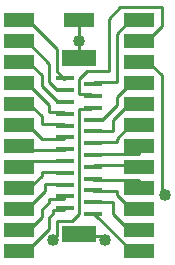
<source format=gtl>
G75*
%MOIN*%
%OFA0B0*%
%FSLAX25Y25*%
%IPPOS*%
%LPD*%
%AMOC8*
5,1,8,0,0,1.08239X$1,22.5*
%
%ADD10R,0.11417X0.05512*%
%ADD11R,0.06299X0.01575*%
%ADD12R,0.10000X0.05000*%
%ADD13C,0.01000*%
%ADD14C,0.04000*%
D10*
X0036238Y0016486D03*
X0036238Y0075147D03*
D11*
X0031513Y0068454D03*
X0031513Y0064517D03*
X0031513Y0060580D03*
X0031513Y0056643D03*
X0031513Y0052706D03*
X0031513Y0048769D03*
X0031513Y0044832D03*
X0031513Y0040895D03*
X0031513Y0036958D03*
X0031513Y0033021D03*
X0031513Y0029084D03*
X0031513Y0025147D03*
X0040962Y0023178D03*
X0040962Y0027115D03*
X0040962Y0031052D03*
X0040962Y0034989D03*
X0040962Y0038927D03*
X0040962Y0042864D03*
X0040962Y0046801D03*
X0040962Y0050738D03*
X0040962Y0054675D03*
X0040962Y0058612D03*
X0040962Y0062549D03*
X0040962Y0066486D03*
D12*
X0016238Y0010816D03*
X0016238Y0017816D03*
X0016238Y0024816D03*
X0016238Y0031816D03*
X0016238Y0038816D03*
X0016238Y0045816D03*
X0016238Y0052816D03*
X0016238Y0059816D03*
X0016238Y0066816D03*
X0016238Y0073816D03*
X0016238Y0080816D03*
X0016238Y0087816D03*
X0036238Y0087816D03*
X0056238Y0087816D03*
X0056238Y0080816D03*
X0056238Y0073816D03*
X0056238Y0066816D03*
X0056238Y0059816D03*
X0056238Y0052816D03*
X0056238Y0045816D03*
X0056238Y0038816D03*
X0056238Y0031816D03*
X0056238Y0024816D03*
X0056238Y0017816D03*
X0056238Y0010816D03*
D13*
X0053738Y0010816D01*
X0041238Y0023316D01*
X0040962Y0023178D01*
X0041238Y0027066D02*
X0040962Y0027115D01*
X0041238Y0027066D02*
X0047488Y0027066D01*
X0047488Y0023316D01*
X0052488Y0018316D01*
X0056238Y0018316D01*
X0056238Y0017816D01*
X0056238Y0024816D02*
X0056238Y0025816D01*
X0052488Y0025816D01*
X0048738Y0029566D01*
X0048738Y0030816D01*
X0041238Y0030816D01*
X0040962Y0031052D01*
X0041238Y0034566D02*
X0040962Y0034989D01*
X0041238Y0034566D02*
X0056238Y0034566D01*
X0056238Y0031816D01*
X0056238Y0038816D02*
X0056238Y0039566D01*
X0041238Y0039566D01*
X0040962Y0038927D01*
X0040962Y0042864D02*
X0041238Y0043316D01*
X0056238Y0043316D01*
X0056238Y0045816D01*
X0056238Y0052066D02*
X0052488Y0052066D01*
X0048738Y0048316D01*
X0048738Y0047066D01*
X0041238Y0047066D01*
X0040962Y0046801D01*
X0040962Y0050738D02*
X0041238Y0050816D01*
X0047488Y0050816D01*
X0047488Y0054566D01*
X0052488Y0059566D01*
X0056238Y0059566D01*
X0056238Y0059816D01*
X0056238Y0065816D02*
X0052488Y0065816D01*
X0048738Y0062066D01*
X0048738Y0059566D01*
X0043738Y0054566D01*
X0041238Y0054566D01*
X0040962Y0054675D01*
X0039988Y0058316D02*
X0040962Y0058612D01*
X0039988Y0058316D02*
X0036238Y0058316D01*
X0036238Y0023316D01*
X0033738Y0020816D01*
X0028738Y0020816D01*
X0028738Y0015816D01*
X0027488Y0014566D01*
X0026238Y0018316D02*
X0018738Y0010816D01*
X0016238Y0010816D01*
X0016238Y0017816D02*
X0016238Y0018316D01*
X0019988Y0018316D01*
X0023738Y0022066D01*
X0023738Y0024566D01*
X0026238Y0027066D01*
X0026238Y0028316D01*
X0031238Y0028316D01*
X0031513Y0029084D01*
X0031513Y0033021D02*
X0031238Y0033316D01*
X0024988Y0033316D01*
X0024988Y0030816D01*
X0019988Y0025816D01*
X0016238Y0025816D01*
X0016238Y0024816D01*
X0016238Y0031816D02*
X0016238Y0032066D01*
X0019988Y0032066D01*
X0023738Y0035816D01*
X0023738Y0037066D01*
X0031238Y0037066D01*
X0031513Y0036958D01*
X0031238Y0040816D02*
X0031513Y0040895D01*
X0031238Y0040816D02*
X0016238Y0040816D01*
X0016238Y0038816D01*
X0016238Y0044566D02*
X0016238Y0045816D01*
X0016238Y0044566D02*
X0031238Y0044566D01*
X0031513Y0044832D01*
X0031238Y0048316D02*
X0031513Y0048769D01*
X0031238Y0048316D02*
X0023738Y0048316D01*
X0019988Y0052066D01*
X0016238Y0052066D01*
X0016238Y0052816D01*
X0016238Y0059566D02*
X0016238Y0059816D01*
X0016238Y0059566D02*
X0019988Y0059566D01*
X0023738Y0055816D01*
X0023738Y0053316D01*
X0031238Y0053316D01*
X0031513Y0052706D01*
X0031513Y0056643D02*
X0031238Y0057066D01*
X0026238Y0057066D01*
X0026238Y0059566D01*
X0019988Y0065816D01*
X0016238Y0065816D01*
X0016238Y0066816D01*
X0016238Y0073316D02*
X0016238Y0073816D01*
X0016238Y0073316D02*
X0019988Y0073316D01*
X0023738Y0069566D01*
X0023738Y0065816D01*
X0028738Y0060816D01*
X0031238Y0060816D01*
X0031513Y0060580D01*
X0031513Y0064517D02*
X0031238Y0064566D01*
X0028738Y0064566D01*
X0026238Y0067066D01*
X0026238Y0073316D01*
X0018738Y0080816D01*
X0016238Y0080816D01*
X0016238Y0087066D02*
X0016238Y0087816D01*
X0016238Y0087066D02*
X0019988Y0087066D01*
X0028738Y0078316D01*
X0028738Y0070816D01*
X0031238Y0068316D01*
X0031513Y0068454D01*
X0036238Y0068316D02*
X0036238Y0063316D01*
X0039988Y0063316D01*
X0040962Y0062549D01*
X0040962Y0066486D02*
X0041238Y0067066D01*
X0048738Y0067066D01*
X0048738Y0083316D01*
X0052488Y0087066D01*
X0056238Y0087066D01*
X0056238Y0087816D01*
X0056238Y0080816D02*
X0058738Y0080816D01*
X0063738Y0085816D01*
X0063738Y0092066D01*
X0049988Y0092066D01*
X0046238Y0088316D01*
X0046238Y0070816D01*
X0038738Y0070816D01*
X0036238Y0068316D01*
X0036238Y0075147D02*
X0036238Y0080816D01*
X0036238Y0087816D01*
X0056238Y0073816D02*
X0056238Y0073316D01*
X0059988Y0073316D01*
X0063738Y0069566D01*
X0063738Y0030816D01*
X0064988Y0029566D01*
X0056238Y0052066D02*
X0056238Y0052816D01*
X0056238Y0065816D02*
X0056238Y0066816D01*
X0031513Y0025147D02*
X0031238Y0024566D01*
X0027488Y0024566D01*
X0027488Y0023316D01*
X0026238Y0022066D01*
X0026238Y0018316D01*
X0036238Y0016486D02*
X0036238Y0015816D01*
X0044988Y0015816D01*
X0044988Y0014566D01*
D14*
X0044988Y0014566D03*
X0027488Y0014566D03*
X0064988Y0029566D03*
X0036238Y0080816D03*
M02*

</source>
